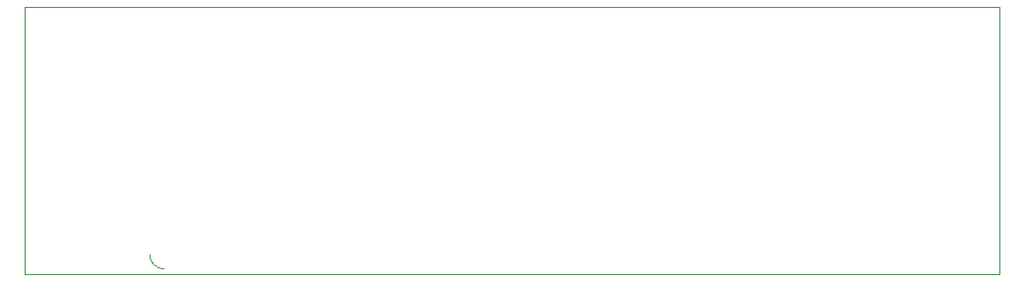
<source format=gbr>
%TF.GenerationSoftware,KiCad,Pcbnew,(7.0.0-0)*%
%TF.CreationDate,2023-12-09T12:43:24+01:00*%
%TF.ProjectId,USB 2.0 Hub,55534220-322e-4302-9048-75622e6b6963,v1.2*%
%TF.SameCoordinates,Original*%
%TF.FileFunction,Profile,NP*%
%FSLAX46Y46*%
G04 Gerber Fmt 4.6, Leading zero omitted, Abs format (unit mm)*
G04 Created by KiCad (PCBNEW (7.0.0-0)) date 2023-12-09 12:43:24*
%MOMM*%
%LPD*%
G01*
G04 APERTURE LIST*
%TA.AperFunction,Profile*%
%ADD10C,0.050000*%
%TD*%
G04 APERTURE END LIST*
D10*
X-29020000Y19480000D02*
X54805000Y19480000D01*
X-18284000Y-1812000D02*
G75*
G03*
X-17014000Y-3082000I1270000J0D01*
G01*
X54805000Y-3520000D02*
X-29020000Y-3520000D01*
X54805000Y19480000D02*
X54805000Y-3520000D01*
X-29020000Y-3520000D02*
X-29020000Y19480000D01*
M02*

</source>
